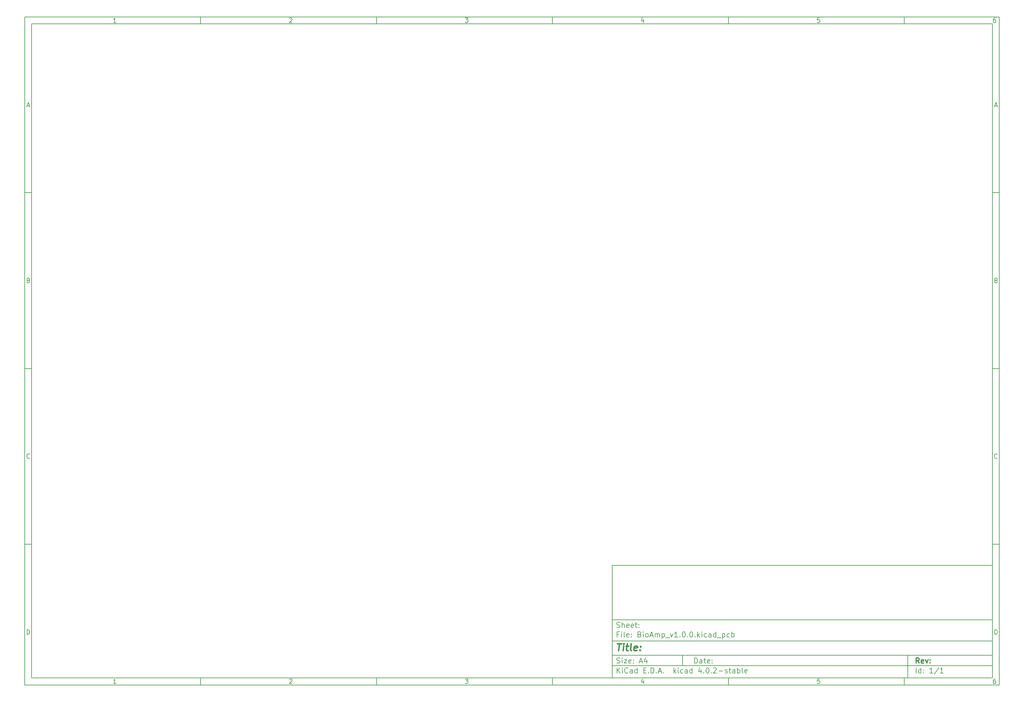
<source format=gbr>
G04 #@! TF.FileFunction,Legend,Bot*
%FSLAX46Y46*%
G04 Gerber Fmt 4.6, Leading zero omitted, Abs format (unit mm)*
G04 Created by KiCad (PCBNEW 4.0.2-stable) date 18/05/2017 14:25:04*
%MOMM*%
G01*
G04 APERTURE LIST*
%ADD10C,0.100000*%
%ADD11C,0.150000*%
%ADD12C,0.300000*%
%ADD13C,0.400000*%
G04 APERTURE END LIST*
D10*
D11*
X177002200Y-166007200D02*
X177002200Y-198007200D01*
X285002200Y-198007200D01*
X285002200Y-166007200D01*
X177002200Y-166007200D01*
D10*
D11*
X10000000Y-10000000D02*
X10000000Y-200007200D01*
X287002200Y-200007200D01*
X287002200Y-10000000D01*
X10000000Y-10000000D01*
D10*
D11*
X12000000Y-12000000D02*
X12000000Y-198007200D01*
X285002200Y-198007200D01*
X285002200Y-12000000D01*
X12000000Y-12000000D01*
D10*
D11*
X60000000Y-12000000D02*
X60000000Y-10000000D01*
D10*
D11*
X110000000Y-12000000D02*
X110000000Y-10000000D01*
D10*
D11*
X160000000Y-12000000D02*
X160000000Y-10000000D01*
D10*
D11*
X210000000Y-12000000D02*
X210000000Y-10000000D01*
D10*
D11*
X260000000Y-12000000D02*
X260000000Y-10000000D01*
D10*
D11*
X35990476Y-11588095D02*
X35247619Y-11588095D01*
X35619048Y-11588095D02*
X35619048Y-10288095D01*
X35495238Y-10473810D01*
X35371429Y-10597619D01*
X35247619Y-10659524D01*
D10*
D11*
X85247619Y-10411905D02*
X85309524Y-10350000D01*
X85433333Y-10288095D01*
X85742857Y-10288095D01*
X85866667Y-10350000D01*
X85928571Y-10411905D01*
X85990476Y-10535714D01*
X85990476Y-10659524D01*
X85928571Y-10845238D01*
X85185714Y-11588095D01*
X85990476Y-11588095D01*
D10*
D11*
X135185714Y-10288095D02*
X135990476Y-10288095D01*
X135557143Y-10783333D01*
X135742857Y-10783333D01*
X135866667Y-10845238D01*
X135928571Y-10907143D01*
X135990476Y-11030952D01*
X135990476Y-11340476D01*
X135928571Y-11464286D01*
X135866667Y-11526190D01*
X135742857Y-11588095D01*
X135371429Y-11588095D01*
X135247619Y-11526190D01*
X135185714Y-11464286D01*
D10*
D11*
X185866667Y-10721429D02*
X185866667Y-11588095D01*
X185557143Y-10226190D02*
X185247619Y-11154762D01*
X186052381Y-11154762D01*
D10*
D11*
X235928571Y-10288095D02*
X235309524Y-10288095D01*
X235247619Y-10907143D01*
X235309524Y-10845238D01*
X235433333Y-10783333D01*
X235742857Y-10783333D01*
X235866667Y-10845238D01*
X235928571Y-10907143D01*
X235990476Y-11030952D01*
X235990476Y-11340476D01*
X235928571Y-11464286D01*
X235866667Y-11526190D01*
X235742857Y-11588095D01*
X235433333Y-11588095D01*
X235309524Y-11526190D01*
X235247619Y-11464286D01*
D10*
D11*
X285866667Y-10288095D02*
X285619048Y-10288095D01*
X285495238Y-10350000D01*
X285433333Y-10411905D01*
X285309524Y-10597619D01*
X285247619Y-10845238D01*
X285247619Y-11340476D01*
X285309524Y-11464286D01*
X285371429Y-11526190D01*
X285495238Y-11588095D01*
X285742857Y-11588095D01*
X285866667Y-11526190D01*
X285928571Y-11464286D01*
X285990476Y-11340476D01*
X285990476Y-11030952D01*
X285928571Y-10907143D01*
X285866667Y-10845238D01*
X285742857Y-10783333D01*
X285495238Y-10783333D01*
X285371429Y-10845238D01*
X285309524Y-10907143D01*
X285247619Y-11030952D01*
D10*
D11*
X60000000Y-198007200D02*
X60000000Y-200007200D01*
D10*
D11*
X110000000Y-198007200D02*
X110000000Y-200007200D01*
D10*
D11*
X160000000Y-198007200D02*
X160000000Y-200007200D01*
D10*
D11*
X210000000Y-198007200D02*
X210000000Y-200007200D01*
D10*
D11*
X260000000Y-198007200D02*
X260000000Y-200007200D01*
D10*
D11*
X35990476Y-199595295D02*
X35247619Y-199595295D01*
X35619048Y-199595295D02*
X35619048Y-198295295D01*
X35495238Y-198481010D01*
X35371429Y-198604819D01*
X35247619Y-198666724D01*
D10*
D11*
X85247619Y-198419105D02*
X85309524Y-198357200D01*
X85433333Y-198295295D01*
X85742857Y-198295295D01*
X85866667Y-198357200D01*
X85928571Y-198419105D01*
X85990476Y-198542914D01*
X85990476Y-198666724D01*
X85928571Y-198852438D01*
X85185714Y-199595295D01*
X85990476Y-199595295D01*
D10*
D11*
X135185714Y-198295295D02*
X135990476Y-198295295D01*
X135557143Y-198790533D01*
X135742857Y-198790533D01*
X135866667Y-198852438D01*
X135928571Y-198914343D01*
X135990476Y-199038152D01*
X135990476Y-199347676D01*
X135928571Y-199471486D01*
X135866667Y-199533390D01*
X135742857Y-199595295D01*
X135371429Y-199595295D01*
X135247619Y-199533390D01*
X135185714Y-199471486D01*
D10*
D11*
X185866667Y-198728629D02*
X185866667Y-199595295D01*
X185557143Y-198233390D02*
X185247619Y-199161962D01*
X186052381Y-199161962D01*
D10*
D11*
X235928571Y-198295295D02*
X235309524Y-198295295D01*
X235247619Y-198914343D01*
X235309524Y-198852438D01*
X235433333Y-198790533D01*
X235742857Y-198790533D01*
X235866667Y-198852438D01*
X235928571Y-198914343D01*
X235990476Y-199038152D01*
X235990476Y-199347676D01*
X235928571Y-199471486D01*
X235866667Y-199533390D01*
X235742857Y-199595295D01*
X235433333Y-199595295D01*
X235309524Y-199533390D01*
X235247619Y-199471486D01*
D10*
D11*
X285866667Y-198295295D02*
X285619048Y-198295295D01*
X285495238Y-198357200D01*
X285433333Y-198419105D01*
X285309524Y-198604819D01*
X285247619Y-198852438D01*
X285247619Y-199347676D01*
X285309524Y-199471486D01*
X285371429Y-199533390D01*
X285495238Y-199595295D01*
X285742857Y-199595295D01*
X285866667Y-199533390D01*
X285928571Y-199471486D01*
X285990476Y-199347676D01*
X285990476Y-199038152D01*
X285928571Y-198914343D01*
X285866667Y-198852438D01*
X285742857Y-198790533D01*
X285495238Y-198790533D01*
X285371429Y-198852438D01*
X285309524Y-198914343D01*
X285247619Y-199038152D01*
D10*
D11*
X10000000Y-60000000D02*
X12000000Y-60000000D01*
D10*
D11*
X10000000Y-110000000D02*
X12000000Y-110000000D01*
D10*
D11*
X10000000Y-160000000D02*
X12000000Y-160000000D01*
D10*
D11*
X10690476Y-35216667D02*
X11309524Y-35216667D01*
X10566667Y-35588095D02*
X11000000Y-34288095D01*
X11433333Y-35588095D01*
D10*
D11*
X11092857Y-84907143D02*
X11278571Y-84969048D01*
X11340476Y-85030952D01*
X11402381Y-85154762D01*
X11402381Y-85340476D01*
X11340476Y-85464286D01*
X11278571Y-85526190D01*
X11154762Y-85588095D01*
X10659524Y-85588095D01*
X10659524Y-84288095D01*
X11092857Y-84288095D01*
X11216667Y-84350000D01*
X11278571Y-84411905D01*
X11340476Y-84535714D01*
X11340476Y-84659524D01*
X11278571Y-84783333D01*
X11216667Y-84845238D01*
X11092857Y-84907143D01*
X10659524Y-84907143D01*
D10*
D11*
X11402381Y-135464286D02*
X11340476Y-135526190D01*
X11154762Y-135588095D01*
X11030952Y-135588095D01*
X10845238Y-135526190D01*
X10721429Y-135402381D01*
X10659524Y-135278571D01*
X10597619Y-135030952D01*
X10597619Y-134845238D01*
X10659524Y-134597619D01*
X10721429Y-134473810D01*
X10845238Y-134350000D01*
X11030952Y-134288095D01*
X11154762Y-134288095D01*
X11340476Y-134350000D01*
X11402381Y-134411905D01*
D10*
D11*
X10659524Y-185588095D02*
X10659524Y-184288095D01*
X10969048Y-184288095D01*
X11154762Y-184350000D01*
X11278571Y-184473810D01*
X11340476Y-184597619D01*
X11402381Y-184845238D01*
X11402381Y-185030952D01*
X11340476Y-185278571D01*
X11278571Y-185402381D01*
X11154762Y-185526190D01*
X10969048Y-185588095D01*
X10659524Y-185588095D01*
D10*
D11*
X287002200Y-60000000D02*
X285002200Y-60000000D01*
D10*
D11*
X287002200Y-110000000D02*
X285002200Y-110000000D01*
D10*
D11*
X287002200Y-160000000D02*
X285002200Y-160000000D01*
D10*
D11*
X285692676Y-35216667D02*
X286311724Y-35216667D01*
X285568867Y-35588095D02*
X286002200Y-34288095D01*
X286435533Y-35588095D01*
D10*
D11*
X286095057Y-84907143D02*
X286280771Y-84969048D01*
X286342676Y-85030952D01*
X286404581Y-85154762D01*
X286404581Y-85340476D01*
X286342676Y-85464286D01*
X286280771Y-85526190D01*
X286156962Y-85588095D01*
X285661724Y-85588095D01*
X285661724Y-84288095D01*
X286095057Y-84288095D01*
X286218867Y-84350000D01*
X286280771Y-84411905D01*
X286342676Y-84535714D01*
X286342676Y-84659524D01*
X286280771Y-84783333D01*
X286218867Y-84845238D01*
X286095057Y-84907143D01*
X285661724Y-84907143D01*
D10*
D11*
X286404581Y-135464286D02*
X286342676Y-135526190D01*
X286156962Y-135588095D01*
X286033152Y-135588095D01*
X285847438Y-135526190D01*
X285723629Y-135402381D01*
X285661724Y-135278571D01*
X285599819Y-135030952D01*
X285599819Y-134845238D01*
X285661724Y-134597619D01*
X285723629Y-134473810D01*
X285847438Y-134350000D01*
X286033152Y-134288095D01*
X286156962Y-134288095D01*
X286342676Y-134350000D01*
X286404581Y-134411905D01*
D10*
D11*
X285661724Y-185588095D02*
X285661724Y-184288095D01*
X285971248Y-184288095D01*
X286156962Y-184350000D01*
X286280771Y-184473810D01*
X286342676Y-184597619D01*
X286404581Y-184845238D01*
X286404581Y-185030952D01*
X286342676Y-185278571D01*
X286280771Y-185402381D01*
X286156962Y-185526190D01*
X285971248Y-185588095D01*
X285661724Y-185588095D01*
D10*
D11*
X200359343Y-193785771D02*
X200359343Y-192285771D01*
X200716486Y-192285771D01*
X200930771Y-192357200D01*
X201073629Y-192500057D01*
X201145057Y-192642914D01*
X201216486Y-192928629D01*
X201216486Y-193142914D01*
X201145057Y-193428629D01*
X201073629Y-193571486D01*
X200930771Y-193714343D01*
X200716486Y-193785771D01*
X200359343Y-193785771D01*
X202502200Y-193785771D02*
X202502200Y-193000057D01*
X202430771Y-192857200D01*
X202287914Y-192785771D01*
X202002200Y-192785771D01*
X201859343Y-192857200D01*
X202502200Y-193714343D02*
X202359343Y-193785771D01*
X202002200Y-193785771D01*
X201859343Y-193714343D01*
X201787914Y-193571486D01*
X201787914Y-193428629D01*
X201859343Y-193285771D01*
X202002200Y-193214343D01*
X202359343Y-193214343D01*
X202502200Y-193142914D01*
X203002200Y-192785771D02*
X203573629Y-192785771D01*
X203216486Y-192285771D02*
X203216486Y-193571486D01*
X203287914Y-193714343D01*
X203430772Y-193785771D01*
X203573629Y-193785771D01*
X204645057Y-193714343D02*
X204502200Y-193785771D01*
X204216486Y-193785771D01*
X204073629Y-193714343D01*
X204002200Y-193571486D01*
X204002200Y-193000057D01*
X204073629Y-192857200D01*
X204216486Y-192785771D01*
X204502200Y-192785771D01*
X204645057Y-192857200D01*
X204716486Y-193000057D01*
X204716486Y-193142914D01*
X204002200Y-193285771D01*
X205359343Y-193642914D02*
X205430771Y-193714343D01*
X205359343Y-193785771D01*
X205287914Y-193714343D01*
X205359343Y-193642914D01*
X205359343Y-193785771D01*
X205359343Y-192857200D02*
X205430771Y-192928629D01*
X205359343Y-193000057D01*
X205287914Y-192928629D01*
X205359343Y-192857200D01*
X205359343Y-193000057D01*
D10*
D11*
X177002200Y-194507200D02*
X285002200Y-194507200D01*
D10*
D11*
X178359343Y-196585771D02*
X178359343Y-195085771D01*
X179216486Y-196585771D02*
X178573629Y-195728629D01*
X179216486Y-195085771D02*
X178359343Y-195942914D01*
X179859343Y-196585771D02*
X179859343Y-195585771D01*
X179859343Y-195085771D02*
X179787914Y-195157200D01*
X179859343Y-195228629D01*
X179930771Y-195157200D01*
X179859343Y-195085771D01*
X179859343Y-195228629D01*
X181430772Y-196442914D02*
X181359343Y-196514343D01*
X181145057Y-196585771D01*
X181002200Y-196585771D01*
X180787915Y-196514343D01*
X180645057Y-196371486D01*
X180573629Y-196228629D01*
X180502200Y-195942914D01*
X180502200Y-195728629D01*
X180573629Y-195442914D01*
X180645057Y-195300057D01*
X180787915Y-195157200D01*
X181002200Y-195085771D01*
X181145057Y-195085771D01*
X181359343Y-195157200D01*
X181430772Y-195228629D01*
X182716486Y-196585771D02*
X182716486Y-195800057D01*
X182645057Y-195657200D01*
X182502200Y-195585771D01*
X182216486Y-195585771D01*
X182073629Y-195657200D01*
X182716486Y-196514343D02*
X182573629Y-196585771D01*
X182216486Y-196585771D01*
X182073629Y-196514343D01*
X182002200Y-196371486D01*
X182002200Y-196228629D01*
X182073629Y-196085771D01*
X182216486Y-196014343D01*
X182573629Y-196014343D01*
X182716486Y-195942914D01*
X184073629Y-196585771D02*
X184073629Y-195085771D01*
X184073629Y-196514343D02*
X183930772Y-196585771D01*
X183645058Y-196585771D01*
X183502200Y-196514343D01*
X183430772Y-196442914D01*
X183359343Y-196300057D01*
X183359343Y-195871486D01*
X183430772Y-195728629D01*
X183502200Y-195657200D01*
X183645058Y-195585771D01*
X183930772Y-195585771D01*
X184073629Y-195657200D01*
X185930772Y-195800057D02*
X186430772Y-195800057D01*
X186645058Y-196585771D02*
X185930772Y-196585771D01*
X185930772Y-195085771D01*
X186645058Y-195085771D01*
X187287915Y-196442914D02*
X187359343Y-196514343D01*
X187287915Y-196585771D01*
X187216486Y-196514343D01*
X187287915Y-196442914D01*
X187287915Y-196585771D01*
X188002201Y-196585771D02*
X188002201Y-195085771D01*
X188359344Y-195085771D01*
X188573629Y-195157200D01*
X188716487Y-195300057D01*
X188787915Y-195442914D01*
X188859344Y-195728629D01*
X188859344Y-195942914D01*
X188787915Y-196228629D01*
X188716487Y-196371486D01*
X188573629Y-196514343D01*
X188359344Y-196585771D01*
X188002201Y-196585771D01*
X189502201Y-196442914D02*
X189573629Y-196514343D01*
X189502201Y-196585771D01*
X189430772Y-196514343D01*
X189502201Y-196442914D01*
X189502201Y-196585771D01*
X190145058Y-196157200D02*
X190859344Y-196157200D01*
X190002201Y-196585771D02*
X190502201Y-195085771D01*
X191002201Y-196585771D01*
X191502201Y-196442914D02*
X191573629Y-196514343D01*
X191502201Y-196585771D01*
X191430772Y-196514343D01*
X191502201Y-196442914D01*
X191502201Y-196585771D01*
X194502201Y-196585771D02*
X194502201Y-195085771D01*
X194645058Y-196014343D02*
X195073629Y-196585771D01*
X195073629Y-195585771D02*
X194502201Y-196157200D01*
X195716487Y-196585771D02*
X195716487Y-195585771D01*
X195716487Y-195085771D02*
X195645058Y-195157200D01*
X195716487Y-195228629D01*
X195787915Y-195157200D01*
X195716487Y-195085771D01*
X195716487Y-195228629D01*
X197073630Y-196514343D02*
X196930773Y-196585771D01*
X196645059Y-196585771D01*
X196502201Y-196514343D01*
X196430773Y-196442914D01*
X196359344Y-196300057D01*
X196359344Y-195871486D01*
X196430773Y-195728629D01*
X196502201Y-195657200D01*
X196645059Y-195585771D01*
X196930773Y-195585771D01*
X197073630Y-195657200D01*
X198359344Y-196585771D02*
X198359344Y-195800057D01*
X198287915Y-195657200D01*
X198145058Y-195585771D01*
X197859344Y-195585771D01*
X197716487Y-195657200D01*
X198359344Y-196514343D02*
X198216487Y-196585771D01*
X197859344Y-196585771D01*
X197716487Y-196514343D01*
X197645058Y-196371486D01*
X197645058Y-196228629D01*
X197716487Y-196085771D01*
X197859344Y-196014343D01*
X198216487Y-196014343D01*
X198359344Y-195942914D01*
X199716487Y-196585771D02*
X199716487Y-195085771D01*
X199716487Y-196514343D02*
X199573630Y-196585771D01*
X199287916Y-196585771D01*
X199145058Y-196514343D01*
X199073630Y-196442914D01*
X199002201Y-196300057D01*
X199002201Y-195871486D01*
X199073630Y-195728629D01*
X199145058Y-195657200D01*
X199287916Y-195585771D01*
X199573630Y-195585771D01*
X199716487Y-195657200D01*
X202216487Y-195585771D02*
X202216487Y-196585771D01*
X201859344Y-195014343D02*
X201502201Y-196085771D01*
X202430773Y-196085771D01*
X203002201Y-196442914D02*
X203073629Y-196514343D01*
X203002201Y-196585771D01*
X202930772Y-196514343D01*
X203002201Y-196442914D01*
X203002201Y-196585771D01*
X204002201Y-195085771D02*
X204145058Y-195085771D01*
X204287915Y-195157200D01*
X204359344Y-195228629D01*
X204430773Y-195371486D01*
X204502201Y-195657200D01*
X204502201Y-196014343D01*
X204430773Y-196300057D01*
X204359344Y-196442914D01*
X204287915Y-196514343D01*
X204145058Y-196585771D01*
X204002201Y-196585771D01*
X203859344Y-196514343D01*
X203787915Y-196442914D01*
X203716487Y-196300057D01*
X203645058Y-196014343D01*
X203645058Y-195657200D01*
X203716487Y-195371486D01*
X203787915Y-195228629D01*
X203859344Y-195157200D01*
X204002201Y-195085771D01*
X205145058Y-196442914D02*
X205216486Y-196514343D01*
X205145058Y-196585771D01*
X205073629Y-196514343D01*
X205145058Y-196442914D01*
X205145058Y-196585771D01*
X205787915Y-195228629D02*
X205859344Y-195157200D01*
X206002201Y-195085771D01*
X206359344Y-195085771D01*
X206502201Y-195157200D01*
X206573630Y-195228629D01*
X206645058Y-195371486D01*
X206645058Y-195514343D01*
X206573630Y-195728629D01*
X205716487Y-196585771D01*
X206645058Y-196585771D01*
X207287915Y-196014343D02*
X208430772Y-196014343D01*
X209073629Y-196514343D02*
X209216486Y-196585771D01*
X209502201Y-196585771D01*
X209645058Y-196514343D01*
X209716486Y-196371486D01*
X209716486Y-196300057D01*
X209645058Y-196157200D01*
X209502201Y-196085771D01*
X209287915Y-196085771D01*
X209145058Y-196014343D01*
X209073629Y-195871486D01*
X209073629Y-195800057D01*
X209145058Y-195657200D01*
X209287915Y-195585771D01*
X209502201Y-195585771D01*
X209645058Y-195657200D01*
X210145058Y-195585771D02*
X210716487Y-195585771D01*
X210359344Y-195085771D02*
X210359344Y-196371486D01*
X210430772Y-196514343D01*
X210573630Y-196585771D01*
X210716487Y-196585771D01*
X211859344Y-196585771D02*
X211859344Y-195800057D01*
X211787915Y-195657200D01*
X211645058Y-195585771D01*
X211359344Y-195585771D01*
X211216487Y-195657200D01*
X211859344Y-196514343D02*
X211716487Y-196585771D01*
X211359344Y-196585771D01*
X211216487Y-196514343D01*
X211145058Y-196371486D01*
X211145058Y-196228629D01*
X211216487Y-196085771D01*
X211359344Y-196014343D01*
X211716487Y-196014343D01*
X211859344Y-195942914D01*
X212573630Y-196585771D02*
X212573630Y-195085771D01*
X212573630Y-195657200D02*
X212716487Y-195585771D01*
X213002201Y-195585771D01*
X213145058Y-195657200D01*
X213216487Y-195728629D01*
X213287916Y-195871486D01*
X213287916Y-196300057D01*
X213216487Y-196442914D01*
X213145058Y-196514343D01*
X213002201Y-196585771D01*
X212716487Y-196585771D01*
X212573630Y-196514343D01*
X214145059Y-196585771D02*
X214002201Y-196514343D01*
X213930773Y-196371486D01*
X213930773Y-195085771D01*
X215287915Y-196514343D02*
X215145058Y-196585771D01*
X214859344Y-196585771D01*
X214716487Y-196514343D01*
X214645058Y-196371486D01*
X214645058Y-195800057D01*
X214716487Y-195657200D01*
X214859344Y-195585771D01*
X215145058Y-195585771D01*
X215287915Y-195657200D01*
X215359344Y-195800057D01*
X215359344Y-195942914D01*
X214645058Y-196085771D01*
D10*
D11*
X177002200Y-191507200D02*
X285002200Y-191507200D01*
D10*
D12*
X264216486Y-193785771D02*
X263716486Y-193071486D01*
X263359343Y-193785771D02*
X263359343Y-192285771D01*
X263930771Y-192285771D01*
X264073629Y-192357200D01*
X264145057Y-192428629D01*
X264216486Y-192571486D01*
X264216486Y-192785771D01*
X264145057Y-192928629D01*
X264073629Y-193000057D01*
X263930771Y-193071486D01*
X263359343Y-193071486D01*
X265430771Y-193714343D02*
X265287914Y-193785771D01*
X265002200Y-193785771D01*
X264859343Y-193714343D01*
X264787914Y-193571486D01*
X264787914Y-193000057D01*
X264859343Y-192857200D01*
X265002200Y-192785771D01*
X265287914Y-192785771D01*
X265430771Y-192857200D01*
X265502200Y-193000057D01*
X265502200Y-193142914D01*
X264787914Y-193285771D01*
X266002200Y-192785771D02*
X266359343Y-193785771D01*
X266716485Y-192785771D01*
X267287914Y-193642914D02*
X267359342Y-193714343D01*
X267287914Y-193785771D01*
X267216485Y-193714343D01*
X267287914Y-193642914D01*
X267287914Y-193785771D01*
X267287914Y-192857200D02*
X267359342Y-192928629D01*
X267287914Y-193000057D01*
X267216485Y-192928629D01*
X267287914Y-192857200D01*
X267287914Y-193000057D01*
D10*
D11*
X178287914Y-193714343D02*
X178502200Y-193785771D01*
X178859343Y-193785771D01*
X179002200Y-193714343D01*
X179073629Y-193642914D01*
X179145057Y-193500057D01*
X179145057Y-193357200D01*
X179073629Y-193214343D01*
X179002200Y-193142914D01*
X178859343Y-193071486D01*
X178573629Y-193000057D01*
X178430771Y-192928629D01*
X178359343Y-192857200D01*
X178287914Y-192714343D01*
X178287914Y-192571486D01*
X178359343Y-192428629D01*
X178430771Y-192357200D01*
X178573629Y-192285771D01*
X178930771Y-192285771D01*
X179145057Y-192357200D01*
X179787914Y-193785771D02*
X179787914Y-192785771D01*
X179787914Y-192285771D02*
X179716485Y-192357200D01*
X179787914Y-192428629D01*
X179859342Y-192357200D01*
X179787914Y-192285771D01*
X179787914Y-192428629D01*
X180359343Y-192785771D02*
X181145057Y-192785771D01*
X180359343Y-193785771D01*
X181145057Y-193785771D01*
X182287914Y-193714343D02*
X182145057Y-193785771D01*
X181859343Y-193785771D01*
X181716486Y-193714343D01*
X181645057Y-193571486D01*
X181645057Y-193000057D01*
X181716486Y-192857200D01*
X181859343Y-192785771D01*
X182145057Y-192785771D01*
X182287914Y-192857200D01*
X182359343Y-193000057D01*
X182359343Y-193142914D01*
X181645057Y-193285771D01*
X183002200Y-193642914D02*
X183073628Y-193714343D01*
X183002200Y-193785771D01*
X182930771Y-193714343D01*
X183002200Y-193642914D01*
X183002200Y-193785771D01*
X183002200Y-192857200D02*
X183073628Y-192928629D01*
X183002200Y-193000057D01*
X182930771Y-192928629D01*
X183002200Y-192857200D01*
X183002200Y-193000057D01*
X184787914Y-193357200D02*
X185502200Y-193357200D01*
X184645057Y-193785771D02*
X185145057Y-192285771D01*
X185645057Y-193785771D01*
X186787914Y-192785771D02*
X186787914Y-193785771D01*
X186430771Y-192214343D02*
X186073628Y-193285771D01*
X187002200Y-193285771D01*
D10*
D11*
X263359343Y-196585771D02*
X263359343Y-195085771D01*
X264716486Y-196585771D02*
X264716486Y-195085771D01*
X264716486Y-196514343D02*
X264573629Y-196585771D01*
X264287915Y-196585771D01*
X264145057Y-196514343D01*
X264073629Y-196442914D01*
X264002200Y-196300057D01*
X264002200Y-195871486D01*
X264073629Y-195728629D01*
X264145057Y-195657200D01*
X264287915Y-195585771D01*
X264573629Y-195585771D01*
X264716486Y-195657200D01*
X265430772Y-196442914D02*
X265502200Y-196514343D01*
X265430772Y-196585771D01*
X265359343Y-196514343D01*
X265430772Y-196442914D01*
X265430772Y-196585771D01*
X265430772Y-195657200D02*
X265502200Y-195728629D01*
X265430772Y-195800057D01*
X265359343Y-195728629D01*
X265430772Y-195657200D01*
X265430772Y-195800057D01*
X268073629Y-196585771D02*
X267216486Y-196585771D01*
X267645058Y-196585771D02*
X267645058Y-195085771D01*
X267502201Y-195300057D01*
X267359343Y-195442914D01*
X267216486Y-195514343D01*
X269787914Y-195014343D02*
X268502200Y-196942914D01*
X271073629Y-196585771D02*
X270216486Y-196585771D01*
X270645058Y-196585771D02*
X270645058Y-195085771D01*
X270502201Y-195300057D01*
X270359343Y-195442914D01*
X270216486Y-195514343D01*
D10*
D11*
X177002200Y-187507200D02*
X285002200Y-187507200D01*
D10*
D13*
X178454581Y-188211962D02*
X179597438Y-188211962D01*
X178776010Y-190211962D02*
X179026010Y-188211962D01*
X180014105Y-190211962D02*
X180180771Y-188878629D01*
X180264105Y-188211962D02*
X180156962Y-188307200D01*
X180240295Y-188402438D01*
X180347439Y-188307200D01*
X180264105Y-188211962D01*
X180240295Y-188402438D01*
X180847438Y-188878629D02*
X181609343Y-188878629D01*
X181216486Y-188211962D02*
X181002200Y-189926248D01*
X181073630Y-190116724D01*
X181252201Y-190211962D01*
X181442677Y-190211962D01*
X182395058Y-190211962D02*
X182216487Y-190116724D01*
X182145057Y-189926248D01*
X182359343Y-188211962D01*
X183930772Y-190116724D02*
X183728391Y-190211962D01*
X183347439Y-190211962D01*
X183168867Y-190116724D01*
X183097438Y-189926248D01*
X183192676Y-189164343D01*
X183311724Y-188973867D01*
X183514105Y-188878629D01*
X183895057Y-188878629D01*
X184073629Y-188973867D01*
X184145057Y-189164343D01*
X184121248Y-189354819D01*
X183145057Y-189545295D01*
X184895057Y-190021486D02*
X184978392Y-190116724D01*
X184871248Y-190211962D01*
X184787915Y-190116724D01*
X184895057Y-190021486D01*
X184871248Y-190211962D01*
X185026010Y-188973867D02*
X185109344Y-189069105D01*
X185002200Y-189164343D01*
X184918867Y-189069105D01*
X185026010Y-188973867D01*
X185002200Y-189164343D01*
D10*
D11*
X178859343Y-185600057D02*
X178359343Y-185600057D01*
X178359343Y-186385771D02*
X178359343Y-184885771D01*
X179073629Y-184885771D01*
X179645057Y-186385771D02*
X179645057Y-185385771D01*
X179645057Y-184885771D02*
X179573628Y-184957200D01*
X179645057Y-185028629D01*
X179716485Y-184957200D01*
X179645057Y-184885771D01*
X179645057Y-185028629D01*
X180573629Y-186385771D02*
X180430771Y-186314343D01*
X180359343Y-186171486D01*
X180359343Y-184885771D01*
X181716485Y-186314343D02*
X181573628Y-186385771D01*
X181287914Y-186385771D01*
X181145057Y-186314343D01*
X181073628Y-186171486D01*
X181073628Y-185600057D01*
X181145057Y-185457200D01*
X181287914Y-185385771D01*
X181573628Y-185385771D01*
X181716485Y-185457200D01*
X181787914Y-185600057D01*
X181787914Y-185742914D01*
X181073628Y-185885771D01*
X182430771Y-186242914D02*
X182502199Y-186314343D01*
X182430771Y-186385771D01*
X182359342Y-186314343D01*
X182430771Y-186242914D01*
X182430771Y-186385771D01*
X182430771Y-185457200D02*
X182502199Y-185528629D01*
X182430771Y-185600057D01*
X182359342Y-185528629D01*
X182430771Y-185457200D01*
X182430771Y-185600057D01*
X184787914Y-185600057D02*
X185002200Y-185671486D01*
X185073628Y-185742914D01*
X185145057Y-185885771D01*
X185145057Y-186100057D01*
X185073628Y-186242914D01*
X185002200Y-186314343D01*
X184859342Y-186385771D01*
X184287914Y-186385771D01*
X184287914Y-184885771D01*
X184787914Y-184885771D01*
X184930771Y-184957200D01*
X185002200Y-185028629D01*
X185073628Y-185171486D01*
X185073628Y-185314343D01*
X185002200Y-185457200D01*
X184930771Y-185528629D01*
X184787914Y-185600057D01*
X184287914Y-185600057D01*
X185787914Y-186385771D02*
X185787914Y-185385771D01*
X185787914Y-184885771D02*
X185716485Y-184957200D01*
X185787914Y-185028629D01*
X185859342Y-184957200D01*
X185787914Y-184885771D01*
X185787914Y-185028629D01*
X186716486Y-186385771D02*
X186573628Y-186314343D01*
X186502200Y-186242914D01*
X186430771Y-186100057D01*
X186430771Y-185671486D01*
X186502200Y-185528629D01*
X186573628Y-185457200D01*
X186716486Y-185385771D01*
X186930771Y-185385771D01*
X187073628Y-185457200D01*
X187145057Y-185528629D01*
X187216486Y-185671486D01*
X187216486Y-186100057D01*
X187145057Y-186242914D01*
X187073628Y-186314343D01*
X186930771Y-186385771D01*
X186716486Y-186385771D01*
X187787914Y-185957200D02*
X188502200Y-185957200D01*
X187645057Y-186385771D02*
X188145057Y-184885771D01*
X188645057Y-186385771D01*
X189145057Y-186385771D02*
X189145057Y-185385771D01*
X189145057Y-185528629D02*
X189216485Y-185457200D01*
X189359343Y-185385771D01*
X189573628Y-185385771D01*
X189716485Y-185457200D01*
X189787914Y-185600057D01*
X189787914Y-186385771D01*
X189787914Y-185600057D02*
X189859343Y-185457200D01*
X190002200Y-185385771D01*
X190216485Y-185385771D01*
X190359343Y-185457200D01*
X190430771Y-185600057D01*
X190430771Y-186385771D01*
X191145057Y-185385771D02*
X191145057Y-186885771D01*
X191145057Y-185457200D02*
X191287914Y-185385771D01*
X191573628Y-185385771D01*
X191716485Y-185457200D01*
X191787914Y-185528629D01*
X191859343Y-185671486D01*
X191859343Y-186100057D01*
X191787914Y-186242914D01*
X191716485Y-186314343D01*
X191573628Y-186385771D01*
X191287914Y-186385771D01*
X191145057Y-186314343D01*
X192145057Y-186528629D02*
X193287914Y-186528629D01*
X193502200Y-185385771D02*
X193859343Y-186385771D01*
X194216485Y-185385771D01*
X195573628Y-186385771D02*
X194716485Y-186385771D01*
X195145057Y-186385771D02*
X195145057Y-184885771D01*
X195002200Y-185100057D01*
X194859342Y-185242914D01*
X194716485Y-185314343D01*
X196216485Y-186242914D02*
X196287913Y-186314343D01*
X196216485Y-186385771D01*
X196145056Y-186314343D01*
X196216485Y-186242914D01*
X196216485Y-186385771D01*
X197216485Y-184885771D02*
X197359342Y-184885771D01*
X197502199Y-184957200D01*
X197573628Y-185028629D01*
X197645057Y-185171486D01*
X197716485Y-185457200D01*
X197716485Y-185814343D01*
X197645057Y-186100057D01*
X197573628Y-186242914D01*
X197502199Y-186314343D01*
X197359342Y-186385771D01*
X197216485Y-186385771D01*
X197073628Y-186314343D01*
X197002199Y-186242914D01*
X196930771Y-186100057D01*
X196859342Y-185814343D01*
X196859342Y-185457200D01*
X196930771Y-185171486D01*
X197002199Y-185028629D01*
X197073628Y-184957200D01*
X197216485Y-184885771D01*
X198359342Y-186242914D02*
X198430770Y-186314343D01*
X198359342Y-186385771D01*
X198287913Y-186314343D01*
X198359342Y-186242914D01*
X198359342Y-186385771D01*
X199359342Y-184885771D02*
X199502199Y-184885771D01*
X199645056Y-184957200D01*
X199716485Y-185028629D01*
X199787914Y-185171486D01*
X199859342Y-185457200D01*
X199859342Y-185814343D01*
X199787914Y-186100057D01*
X199716485Y-186242914D01*
X199645056Y-186314343D01*
X199502199Y-186385771D01*
X199359342Y-186385771D01*
X199216485Y-186314343D01*
X199145056Y-186242914D01*
X199073628Y-186100057D01*
X199002199Y-185814343D01*
X199002199Y-185457200D01*
X199073628Y-185171486D01*
X199145056Y-185028629D01*
X199216485Y-184957200D01*
X199359342Y-184885771D01*
X200502199Y-186242914D02*
X200573627Y-186314343D01*
X200502199Y-186385771D01*
X200430770Y-186314343D01*
X200502199Y-186242914D01*
X200502199Y-186385771D01*
X201216485Y-186385771D02*
X201216485Y-184885771D01*
X201359342Y-185814343D02*
X201787913Y-186385771D01*
X201787913Y-185385771D02*
X201216485Y-185957200D01*
X202430771Y-186385771D02*
X202430771Y-185385771D01*
X202430771Y-184885771D02*
X202359342Y-184957200D01*
X202430771Y-185028629D01*
X202502199Y-184957200D01*
X202430771Y-184885771D01*
X202430771Y-185028629D01*
X203787914Y-186314343D02*
X203645057Y-186385771D01*
X203359343Y-186385771D01*
X203216485Y-186314343D01*
X203145057Y-186242914D01*
X203073628Y-186100057D01*
X203073628Y-185671486D01*
X203145057Y-185528629D01*
X203216485Y-185457200D01*
X203359343Y-185385771D01*
X203645057Y-185385771D01*
X203787914Y-185457200D01*
X205073628Y-186385771D02*
X205073628Y-185600057D01*
X205002199Y-185457200D01*
X204859342Y-185385771D01*
X204573628Y-185385771D01*
X204430771Y-185457200D01*
X205073628Y-186314343D02*
X204930771Y-186385771D01*
X204573628Y-186385771D01*
X204430771Y-186314343D01*
X204359342Y-186171486D01*
X204359342Y-186028629D01*
X204430771Y-185885771D01*
X204573628Y-185814343D01*
X204930771Y-185814343D01*
X205073628Y-185742914D01*
X206430771Y-186385771D02*
X206430771Y-184885771D01*
X206430771Y-186314343D02*
X206287914Y-186385771D01*
X206002200Y-186385771D01*
X205859342Y-186314343D01*
X205787914Y-186242914D01*
X205716485Y-186100057D01*
X205716485Y-185671486D01*
X205787914Y-185528629D01*
X205859342Y-185457200D01*
X206002200Y-185385771D01*
X206287914Y-185385771D01*
X206430771Y-185457200D01*
X206787914Y-186528629D02*
X207930771Y-186528629D01*
X208287914Y-185385771D02*
X208287914Y-186885771D01*
X208287914Y-185457200D02*
X208430771Y-185385771D01*
X208716485Y-185385771D01*
X208859342Y-185457200D01*
X208930771Y-185528629D01*
X209002200Y-185671486D01*
X209002200Y-186100057D01*
X208930771Y-186242914D01*
X208859342Y-186314343D01*
X208716485Y-186385771D01*
X208430771Y-186385771D01*
X208287914Y-186314343D01*
X210287914Y-186314343D02*
X210145057Y-186385771D01*
X209859343Y-186385771D01*
X209716485Y-186314343D01*
X209645057Y-186242914D01*
X209573628Y-186100057D01*
X209573628Y-185671486D01*
X209645057Y-185528629D01*
X209716485Y-185457200D01*
X209859343Y-185385771D01*
X210145057Y-185385771D01*
X210287914Y-185457200D01*
X210930771Y-186385771D02*
X210930771Y-184885771D01*
X210930771Y-185457200D02*
X211073628Y-185385771D01*
X211359342Y-185385771D01*
X211502199Y-185457200D01*
X211573628Y-185528629D01*
X211645057Y-185671486D01*
X211645057Y-186100057D01*
X211573628Y-186242914D01*
X211502199Y-186314343D01*
X211359342Y-186385771D01*
X211073628Y-186385771D01*
X210930771Y-186314343D01*
D10*
D11*
X177002200Y-181507200D02*
X285002200Y-181507200D01*
D10*
D11*
X178287914Y-183614343D02*
X178502200Y-183685771D01*
X178859343Y-183685771D01*
X179002200Y-183614343D01*
X179073629Y-183542914D01*
X179145057Y-183400057D01*
X179145057Y-183257200D01*
X179073629Y-183114343D01*
X179002200Y-183042914D01*
X178859343Y-182971486D01*
X178573629Y-182900057D01*
X178430771Y-182828629D01*
X178359343Y-182757200D01*
X178287914Y-182614343D01*
X178287914Y-182471486D01*
X178359343Y-182328629D01*
X178430771Y-182257200D01*
X178573629Y-182185771D01*
X178930771Y-182185771D01*
X179145057Y-182257200D01*
X179787914Y-183685771D02*
X179787914Y-182185771D01*
X180430771Y-183685771D02*
X180430771Y-182900057D01*
X180359342Y-182757200D01*
X180216485Y-182685771D01*
X180002200Y-182685771D01*
X179859342Y-182757200D01*
X179787914Y-182828629D01*
X181716485Y-183614343D02*
X181573628Y-183685771D01*
X181287914Y-183685771D01*
X181145057Y-183614343D01*
X181073628Y-183471486D01*
X181073628Y-182900057D01*
X181145057Y-182757200D01*
X181287914Y-182685771D01*
X181573628Y-182685771D01*
X181716485Y-182757200D01*
X181787914Y-182900057D01*
X181787914Y-183042914D01*
X181073628Y-183185771D01*
X183002199Y-183614343D02*
X182859342Y-183685771D01*
X182573628Y-183685771D01*
X182430771Y-183614343D01*
X182359342Y-183471486D01*
X182359342Y-182900057D01*
X182430771Y-182757200D01*
X182573628Y-182685771D01*
X182859342Y-182685771D01*
X183002199Y-182757200D01*
X183073628Y-182900057D01*
X183073628Y-183042914D01*
X182359342Y-183185771D01*
X183502199Y-182685771D02*
X184073628Y-182685771D01*
X183716485Y-182185771D02*
X183716485Y-183471486D01*
X183787913Y-183614343D01*
X183930771Y-183685771D01*
X184073628Y-183685771D01*
X184573628Y-183542914D02*
X184645056Y-183614343D01*
X184573628Y-183685771D01*
X184502199Y-183614343D01*
X184573628Y-183542914D01*
X184573628Y-183685771D01*
X184573628Y-182757200D02*
X184645056Y-182828629D01*
X184573628Y-182900057D01*
X184502199Y-182828629D01*
X184573628Y-182757200D01*
X184573628Y-182900057D01*
D10*
D11*
X197002200Y-191507200D02*
X197002200Y-194507200D01*
D10*
D11*
X261002200Y-191507200D02*
X261002200Y-198007200D01*
M02*

</source>
